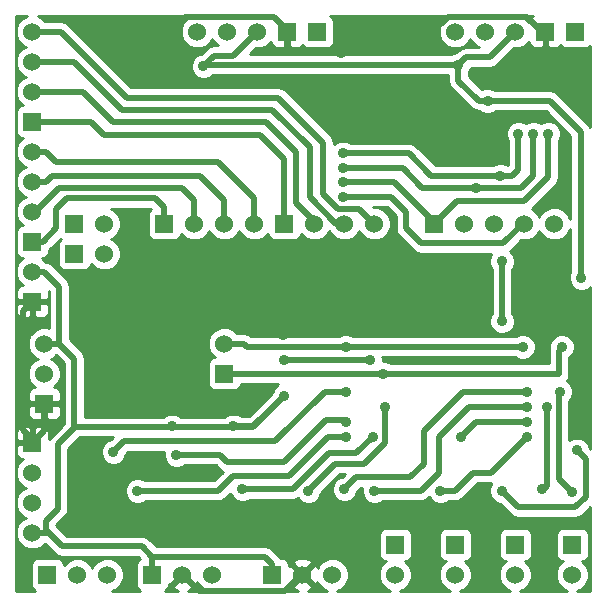
<source format=gbl>
G04 (created by PCBNEW (2013-07-07 BZR 4022)-stable) date 07/03/2014 16:09:31*
%MOIN*%
G04 Gerber Fmt 3.4, Leading zero omitted, Abs format*
%FSLAX34Y34*%
G01*
G70*
G90*
G04 APERTURE LIST*
%ADD10C,0.00590551*%
%ADD11R,0.06X0.06*%
%ADD12C,0.06*%
%ADD13C,0.035*%
%ADD14C,0.019685*%
%ADD15C,0.01*%
G04 APERTURE END LIST*
G54D10*
G54D11*
X28000Y-19000D03*
G54D12*
X29000Y-19000D03*
X30000Y-19000D03*
X31000Y-19000D03*
X32000Y-19000D03*
G54D11*
X23100Y-12600D03*
G54D12*
X22100Y-12600D03*
X21100Y-12600D03*
X20100Y-12600D03*
G54D11*
X31700Y-12600D03*
G54D12*
X30700Y-12600D03*
X29700Y-12600D03*
X28700Y-12600D03*
G54D11*
X14600Y-15600D03*
G54D12*
X14600Y-14600D03*
X14600Y-13600D03*
X14600Y-12600D03*
G54D11*
X23000Y-19000D03*
G54D12*
X24000Y-19000D03*
X25000Y-19000D03*
X26000Y-19000D03*
G54D11*
X19000Y-19000D03*
G54D12*
X20000Y-19000D03*
X21000Y-19000D03*
X22000Y-19000D03*
G54D11*
X14600Y-19600D03*
G54D12*
X14600Y-18600D03*
X14600Y-17600D03*
X14600Y-16600D03*
G54D11*
X15100Y-30700D03*
G54D12*
X16100Y-30700D03*
X17100Y-30700D03*
G54D11*
X22600Y-30700D03*
G54D12*
X23600Y-30700D03*
X24600Y-30700D03*
G54D11*
X18600Y-30700D03*
G54D12*
X19600Y-30700D03*
X20600Y-30700D03*
G54D11*
X30700Y-29700D03*
G54D12*
X30700Y-30700D03*
G54D11*
X28700Y-29700D03*
G54D12*
X28700Y-30700D03*
G54D11*
X26700Y-29700D03*
G54D12*
X26700Y-30700D03*
G54D11*
X32600Y-29700D03*
G54D12*
X32600Y-30700D03*
G54D11*
X16000Y-20000D03*
G54D12*
X17000Y-20000D03*
G54D11*
X16000Y-19000D03*
G54D12*
X17000Y-19000D03*
G54D11*
X21000Y-24000D03*
G54D12*
X21000Y-23000D03*
G54D11*
X32700Y-12600D03*
X24100Y-12600D03*
X15000Y-25000D03*
G54D12*
X15000Y-24000D03*
X15000Y-23000D03*
G54D11*
X14600Y-26300D03*
G54D12*
X14600Y-27300D03*
X14600Y-28300D03*
X14600Y-29300D03*
G54D11*
X14600Y-21600D03*
G54D12*
X14600Y-20600D03*
G54D13*
X28200Y-27900D03*
X31100Y-26100D03*
X26000Y-27900D03*
X31100Y-25100D03*
X18100Y-27900D03*
X25050Y-26100D03*
X32600Y-27950D03*
X32200Y-24600D03*
X19250Y-25750D03*
X21300Y-25750D03*
X32900Y-20800D03*
X29775Y-14900D03*
X23000Y-24725D03*
X25850Y-23550D03*
X23000Y-23550D03*
X30250Y-20250D03*
X30250Y-22250D03*
X28800Y-13700D03*
X20300Y-13750D03*
X24950Y-18100D03*
X32750Y-26550D03*
X30250Y-27900D03*
X31600Y-27850D03*
X31750Y-25100D03*
X25000Y-27850D03*
X31100Y-24600D03*
X31100Y-25600D03*
X28900Y-26100D03*
X21600Y-27850D03*
X25950Y-26100D03*
X26350Y-25100D03*
X23800Y-27900D03*
X17300Y-26600D03*
X25050Y-24600D03*
X19400Y-26700D03*
X25050Y-25600D03*
X27200Y-20125D03*
X24875Y-13300D03*
X28300Y-20950D03*
X25700Y-21900D03*
X23700Y-21900D03*
X22950Y-22700D03*
X27400Y-13050D03*
X18700Y-13100D03*
X24950Y-17150D03*
X31300Y-16000D03*
X29400Y-17800D03*
X24950Y-17600D03*
X31800Y-16000D03*
X24950Y-16650D03*
X30800Y-16000D03*
X30200Y-17400D03*
X30950Y-23100D03*
X25050Y-23100D03*
X32250Y-23100D03*
X26300Y-24000D03*
G54D14*
X28700Y-27900D02*
X28200Y-27900D01*
X29300Y-27300D02*
X28700Y-27900D01*
X29900Y-27300D02*
X29300Y-27300D01*
X31100Y-26100D02*
X29900Y-27300D01*
X27550Y-27900D02*
X26000Y-27900D01*
X28150Y-27300D02*
X27550Y-27900D01*
X28150Y-26100D02*
X28150Y-27300D01*
X29150Y-25100D02*
X28150Y-26100D01*
X31100Y-25100D02*
X29150Y-25100D01*
X20800Y-27900D02*
X18100Y-27900D01*
X21300Y-27400D02*
X20800Y-27900D01*
X23150Y-27400D02*
X21300Y-27400D01*
X24450Y-26100D02*
X23150Y-27400D01*
X25050Y-26100D02*
X24450Y-26100D01*
X32150Y-27500D02*
X32600Y-27950D01*
X32150Y-24650D02*
X32150Y-27500D01*
X32200Y-24600D02*
X32150Y-24650D01*
X23000Y-24725D02*
X22975Y-24725D01*
X21950Y-25750D02*
X21300Y-25750D01*
X22975Y-24725D02*
X21950Y-25750D01*
X28800Y-13700D02*
X20350Y-13700D01*
X20350Y-13700D02*
X20300Y-13750D01*
X29775Y-14900D02*
X29475Y-14900D01*
X28800Y-14225D02*
X28800Y-13700D01*
X29475Y-14900D02*
X28800Y-14225D01*
X32900Y-20800D02*
X32875Y-20775D01*
X32875Y-20775D02*
X32875Y-15925D01*
X32875Y-15925D02*
X31850Y-14900D01*
X31850Y-14900D02*
X29775Y-14900D01*
X16025Y-25775D02*
X16000Y-25800D01*
X21950Y-25775D02*
X16025Y-25775D01*
X23000Y-24725D02*
X21950Y-25775D01*
X23000Y-23550D02*
X25850Y-23550D01*
X30250Y-22250D02*
X30250Y-20250D01*
X15500Y-23000D02*
X15500Y-21100D01*
X15000Y-20600D02*
X14600Y-20600D01*
X15500Y-21100D02*
X15000Y-20600D01*
X14600Y-29300D02*
X15150Y-29300D01*
X15150Y-29300D02*
X15100Y-29250D01*
X15100Y-29250D02*
X15050Y-29300D01*
X15050Y-29300D02*
X15050Y-28900D01*
X15050Y-28900D02*
X15450Y-28500D01*
X15450Y-28500D02*
X15450Y-26350D01*
X15450Y-26350D02*
X16000Y-25800D01*
X15500Y-23000D02*
X15000Y-23000D01*
X16000Y-23500D02*
X15500Y-23000D01*
X16000Y-25800D02*
X16000Y-23500D01*
X18600Y-30100D02*
X22350Y-30100D01*
X22600Y-30350D02*
X22600Y-30700D01*
X22350Y-30100D02*
X22600Y-30350D01*
X18600Y-30100D02*
X18600Y-30700D01*
X18250Y-29750D02*
X18600Y-30100D01*
X15600Y-29750D02*
X18250Y-29750D01*
X15150Y-29300D02*
X15600Y-29750D01*
X29850Y-13450D02*
X30700Y-12600D01*
X28800Y-13700D02*
X29050Y-13450D01*
X29050Y-13450D02*
X29850Y-13450D01*
X21300Y-13400D02*
X22100Y-12600D01*
X20300Y-13750D02*
X20650Y-13400D01*
X20650Y-13400D02*
X21300Y-13400D01*
X31000Y-19000D02*
X30950Y-19000D01*
X26550Y-18100D02*
X24950Y-18100D01*
X27050Y-18600D02*
X26550Y-18100D01*
X27050Y-19150D02*
X27050Y-18600D01*
X27550Y-19650D02*
X27050Y-19150D01*
X30300Y-19650D02*
X27550Y-19650D01*
X30950Y-19000D02*
X30300Y-19650D01*
X33050Y-26850D02*
X32750Y-26550D01*
X33050Y-28100D02*
X33050Y-26850D01*
X32700Y-28450D02*
X33050Y-28100D01*
X30800Y-28450D02*
X32700Y-28450D01*
X30250Y-27900D02*
X30800Y-28450D01*
X31650Y-27850D02*
X31600Y-27850D01*
X31750Y-27750D02*
X31650Y-27850D01*
X31750Y-25100D02*
X31750Y-27750D01*
X25400Y-27450D02*
X25000Y-27850D01*
X27200Y-27450D02*
X25400Y-27450D01*
X27650Y-27000D02*
X27200Y-27450D01*
X27650Y-25900D02*
X27650Y-27000D01*
X28950Y-24600D02*
X27650Y-25900D01*
X31100Y-24600D02*
X28950Y-24600D01*
X29400Y-25600D02*
X31100Y-25600D01*
X28900Y-26100D02*
X29400Y-25600D01*
X23300Y-27850D02*
X21600Y-27850D01*
X24500Y-26650D02*
X23300Y-27850D01*
X25400Y-26650D02*
X24500Y-26650D01*
X25950Y-26100D02*
X25400Y-26650D01*
X26350Y-26300D02*
X26350Y-25100D01*
X25650Y-27000D02*
X26350Y-26300D01*
X24700Y-27000D02*
X25650Y-27000D01*
X23800Y-27900D02*
X24700Y-27000D01*
X17650Y-26250D02*
X17300Y-26600D01*
X22700Y-26250D02*
X17650Y-26250D01*
X24350Y-24600D02*
X22700Y-26250D01*
X25050Y-24600D02*
X24350Y-24600D01*
X20850Y-26700D02*
X19400Y-26700D01*
X21100Y-26950D02*
X20850Y-26700D01*
X23000Y-26950D02*
X21100Y-26950D01*
X24400Y-25550D02*
X23000Y-26950D01*
X25000Y-25550D02*
X24400Y-25550D01*
X25050Y-25600D02*
X25000Y-25550D01*
X24000Y-19000D02*
X24000Y-18900D01*
X16300Y-14600D02*
X14600Y-14600D01*
X17300Y-15600D02*
X16300Y-14600D01*
X22400Y-15600D02*
X17300Y-15600D01*
X23400Y-16600D02*
X22400Y-15600D01*
X23400Y-18300D02*
X23400Y-16600D01*
X24000Y-18900D02*
X23400Y-18300D01*
X14600Y-18600D02*
X14700Y-18600D01*
X20000Y-18200D02*
X20000Y-19000D01*
X19600Y-17800D02*
X20000Y-18200D01*
X15500Y-17800D02*
X19600Y-17800D01*
X14700Y-18600D02*
X15500Y-17800D01*
X14600Y-15600D02*
X16550Y-15600D01*
X23000Y-16850D02*
X23000Y-19000D01*
X22200Y-16050D02*
X23000Y-16850D01*
X17000Y-16050D02*
X22200Y-16050D01*
X16550Y-15600D02*
X17000Y-16050D01*
X14600Y-19600D02*
X14950Y-19600D01*
X19000Y-18450D02*
X19000Y-19000D01*
X18700Y-18150D02*
X19000Y-18450D01*
X15750Y-18150D02*
X18700Y-18150D01*
X15400Y-18500D02*
X15750Y-18150D01*
X15400Y-19150D02*
X15400Y-18500D01*
X14950Y-19600D02*
X15400Y-19150D01*
X28025Y-20950D02*
X28300Y-20950D01*
X27200Y-20125D02*
X28025Y-20950D01*
X15000Y-25000D02*
X15000Y-25900D01*
X15000Y-25900D02*
X14600Y-26300D01*
X14600Y-26300D02*
X14600Y-26175D01*
X14300Y-21900D02*
X14600Y-21600D01*
X14300Y-25875D02*
X14300Y-21900D01*
X14600Y-26175D02*
X14300Y-25875D01*
X19600Y-30700D02*
X19625Y-30700D01*
X23550Y-30700D02*
X23600Y-30700D01*
X23025Y-31225D02*
X23550Y-30700D01*
X20150Y-31225D02*
X23025Y-31225D01*
X19625Y-30700D02*
X20150Y-31225D01*
X28300Y-20950D02*
X27350Y-21900D01*
X27350Y-21900D02*
X25700Y-21900D01*
X23600Y-22000D02*
X23700Y-21900D01*
X23600Y-22050D02*
X23600Y-22000D01*
X22950Y-22700D02*
X23600Y-22050D01*
X27400Y-13050D02*
X27350Y-13050D01*
X27350Y-13050D02*
X27100Y-13300D01*
X27100Y-13300D02*
X24875Y-13300D01*
X23100Y-13100D02*
X23100Y-12600D01*
X24875Y-13300D02*
X23300Y-13300D01*
X23300Y-13300D02*
X23100Y-13100D01*
X31700Y-12600D02*
X31600Y-12600D01*
X27500Y-13050D02*
X27400Y-13050D01*
X28450Y-12100D02*
X27500Y-13050D01*
X31100Y-12100D02*
X28450Y-12100D01*
X31600Y-12600D02*
X31100Y-12100D01*
X23100Y-12600D02*
X23100Y-12550D01*
X23100Y-12550D02*
X22650Y-12100D01*
X22650Y-12100D02*
X19700Y-12100D01*
X19700Y-12100D02*
X18700Y-13100D01*
X25000Y-19000D02*
X24730Y-19000D01*
X16000Y-13600D02*
X14600Y-13600D01*
X17600Y-15200D02*
X16000Y-13600D01*
X22600Y-15200D02*
X17600Y-15200D01*
X23850Y-16450D02*
X22600Y-15200D01*
X23850Y-18119D02*
X23850Y-16450D01*
X24730Y-19000D02*
X23850Y-18119D01*
X14600Y-17600D02*
X15050Y-17600D01*
X21000Y-18200D02*
X21000Y-19000D01*
X20200Y-17400D02*
X21000Y-18200D01*
X15250Y-17400D02*
X20200Y-17400D01*
X15050Y-17600D02*
X15250Y-17400D01*
X26000Y-19000D02*
X25500Y-18500D01*
X15550Y-12600D02*
X14600Y-12600D01*
X17750Y-14800D02*
X15550Y-12600D01*
X22800Y-14800D02*
X17750Y-14800D01*
X24300Y-16300D02*
X22800Y-14800D01*
X24300Y-18000D02*
X24300Y-16300D01*
X24800Y-18500D02*
X24300Y-18000D01*
X25500Y-18500D02*
X24800Y-18500D01*
X14600Y-16600D02*
X15050Y-16600D01*
X22000Y-18150D02*
X22000Y-19000D01*
X20800Y-16950D02*
X22000Y-18150D01*
X15400Y-16950D02*
X20800Y-16950D01*
X15050Y-16600D02*
X15400Y-16950D01*
X29400Y-17800D02*
X27600Y-17800D01*
X26950Y-17150D02*
X24950Y-17150D01*
X27600Y-17800D02*
X26950Y-17150D01*
X31300Y-17400D02*
X31300Y-16000D01*
X30900Y-17800D02*
X31300Y-17400D01*
X29400Y-17800D02*
X30900Y-17800D01*
X28000Y-19000D02*
X28000Y-18950D01*
X26650Y-17600D02*
X24950Y-17600D01*
X28000Y-18950D02*
X26650Y-17600D01*
X28750Y-18250D02*
X28000Y-19000D01*
X31000Y-18250D02*
X28750Y-18250D01*
X31800Y-17450D02*
X31000Y-18250D01*
X31800Y-16000D02*
X31800Y-17450D01*
X30200Y-17400D02*
X27900Y-17400D01*
X27150Y-16650D02*
X24950Y-16650D01*
X27900Y-17400D02*
X27150Y-16650D01*
X30800Y-17200D02*
X30800Y-16000D01*
X30600Y-17400D02*
X30800Y-17200D01*
X30200Y-17400D02*
X30600Y-17400D01*
X25050Y-23100D02*
X30950Y-23100D01*
X21000Y-23000D02*
X21650Y-23000D01*
X21750Y-23100D02*
X25050Y-23100D01*
X21650Y-23000D02*
X21750Y-23100D01*
X26300Y-24000D02*
X32150Y-24000D01*
X32250Y-23150D02*
X32250Y-23100D01*
X32150Y-23250D02*
X32250Y-23150D01*
X32150Y-24000D02*
X32150Y-23250D01*
X21000Y-24000D02*
X26300Y-24000D01*
G54D10*
G36*
X18193Y-31226D02*
X17266Y-31226D01*
X17411Y-31166D01*
X17565Y-31011D01*
X17649Y-30809D01*
X17650Y-30591D01*
X17566Y-30388D01*
X17411Y-30234D01*
X17209Y-30150D01*
X16991Y-30149D01*
X16788Y-30233D01*
X16634Y-30388D01*
X16600Y-30469D01*
X16566Y-30388D01*
X16411Y-30234D01*
X16209Y-30150D01*
X15991Y-30149D01*
X15788Y-30233D01*
X15650Y-30372D01*
X15650Y-30350D01*
X15612Y-30258D01*
X15541Y-30188D01*
X15449Y-30150D01*
X15350Y-30149D01*
X14750Y-30149D01*
X14658Y-30187D01*
X14588Y-30258D01*
X14550Y-30350D01*
X14549Y-30449D01*
X14549Y-31049D01*
X14587Y-31141D01*
X14658Y-31211D01*
X14693Y-31226D01*
X14049Y-31226D01*
X14049Y-12080D01*
X14416Y-12080D01*
X14288Y-12133D01*
X14134Y-12288D01*
X14050Y-12490D01*
X14049Y-12708D01*
X14133Y-12911D01*
X14288Y-13065D01*
X14369Y-13099D01*
X14288Y-13133D01*
X14134Y-13288D01*
X14050Y-13490D01*
X14049Y-13708D01*
X14133Y-13911D01*
X14288Y-14065D01*
X14369Y-14099D01*
X14288Y-14133D01*
X14134Y-14288D01*
X14050Y-14490D01*
X14049Y-14708D01*
X14133Y-14911D01*
X14272Y-15049D01*
X14250Y-15049D01*
X14158Y-15087D01*
X14088Y-15158D01*
X14050Y-15250D01*
X14049Y-15349D01*
X14049Y-15949D01*
X14087Y-16041D01*
X14158Y-16111D01*
X14250Y-16149D01*
X14272Y-16149D01*
X14134Y-16288D01*
X14050Y-16490D01*
X14049Y-16708D01*
X14133Y-16911D01*
X14288Y-17065D01*
X14369Y-17099D01*
X14288Y-17133D01*
X14134Y-17288D01*
X14050Y-17490D01*
X14049Y-17708D01*
X14133Y-17911D01*
X14288Y-18065D01*
X14369Y-18099D01*
X14288Y-18133D01*
X14134Y-18288D01*
X14050Y-18490D01*
X14049Y-18708D01*
X14133Y-18911D01*
X14272Y-19049D01*
X14250Y-19049D01*
X14158Y-19087D01*
X14088Y-19158D01*
X14050Y-19250D01*
X14049Y-19349D01*
X14049Y-19949D01*
X14087Y-20041D01*
X14158Y-20111D01*
X14250Y-20149D01*
X14272Y-20149D01*
X14134Y-20288D01*
X14050Y-20490D01*
X14049Y-20708D01*
X14133Y-20911D01*
X14272Y-21050D01*
X14250Y-21050D01*
X14158Y-21088D01*
X14087Y-21158D01*
X14049Y-21250D01*
X14050Y-21487D01*
X14112Y-21550D01*
X14550Y-21550D01*
X14550Y-21542D01*
X14650Y-21542D01*
X14650Y-21550D01*
X15087Y-21550D01*
X15150Y-21487D01*
X15150Y-21250D01*
X15144Y-21237D01*
X15151Y-21244D01*
X15151Y-22467D01*
X15150Y-22466D01*
X15150Y-21949D01*
X15150Y-21712D01*
X15087Y-21650D01*
X14650Y-21650D01*
X14650Y-22087D01*
X14712Y-22150D01*
X14850Y-22150D01*
X14949Y-22149D01*
X15041Y-22111D01*
X15112Y-22041D01*
X15150Y-21949D01*
X15150Y-22466D01*
X15109Y-22450D01*
X14891Y-22449D01*
X14688Y-22533D01*
X14550Y-22672D01*
X14550Y-22087D01*
X14550Y-21650D01*
X14112Y-21650D01*
X14050Y-21712D01*
X14049Y-21949D01*
X14087Y-22041D01*
X14158Y-22111D01*
X14250Y-22149D01*
X14349Y-22150D01*
X14487Y-22150D01*
X14550Y-22087D01*
X14550Y-22672D01*
X14534Y-22688D01*
X14450Y-22890D01*
X14449Y-23108D01*
X14533Y-23311D01*
X14688Y-23465D01*
X14769Y-23499D01*
X14688Y-23533D01*
X14534Y-23688D01*
X14450Y-23890D01*
X14449Y-24108D01*
X14533Y-24311D01*
X14672Y-24450D01*
X14650Y-24450D01*
X14558Y-24488D01*
X14487Y-24558D01*
X14449Y-24650D01*
X14450Y-24887D01*
X14512Y-24950D01*
X14950Y-24950D01*
X14950Y-24942D01*
X15050Y-24942D01*
X15050Y-24950D01*
X15487Y-24950D01*
X15550Y-24887D01*
X15550Y-24650D01*
X15512Y-24558D01*
X15441Y-24488D01*
X15349Y-24450D01*
X15327Y-24450D01*
X15465Y-24311D01*
X15549Y-24109D01*
X15550Y-23891D01*
X15466Y-23688D01*
X15311Y-23534D01*
X15230Y-23500D01*
X15311Y-23466D01*
X15392Y-23385D01*
X15651Y-23644D01*
X15651Y-25655D01*
X15550Y-25757D01*
X15550Y-25349D01*
X15550Y-25112D01*
X15487Y-25050D01*
X15050Y-25050D01*
X15050Y-25487D01*
X15112Y-25550D01*
X15250Y-25550D01*
X15349Y-25549D01*
X15441Y-25511D01*
X15512Y-25441D01*
X15550Y-25349D01*
X15550Y-25757D01*
X15203Y-26103D01*
X15150Y-26183D01*
X15150Y-25950D01*
X15112Y-25858D01*
X15041Y-25788D01*
X14950Y-25750D01*
X14950Y-25487D01*
X14950Y-25050D01*
X14512Y-25050D01*
X14450Y-25112D01*
X14449Y-25349D01*
X14487Y-25441D01*
X14558Y-25511D01*
X14650Y-25549D01*
X14749Y-25550D01*
X14887Y-25550D01*
X14950Y-25487D01*
X14950Y-25750D01*
X14949Y-25750D01*
X14850Y-25749D01*
X14712Y-25750D01*
X14650Y-25812D01*
X14650Y-26250D01*
X14657Y-26250D01*
X14657Y-26350D01*
X14650Y-26350D01*
X14650Y-26357D01*
X14550Y-26357D01*
X14550Y-26350D01*
X14550Y-26250D01*
X14550Y-25812D01*
X14487Y-25750D01*
X14349Y-25749D01*
X14250Y-25750D01*
X14158Y-25788D01*
X14087Y-25858D01*
X14049Y-25950D01*
X14050Y-26187D01*
X14112Y-26250D01*
X14550Y-26250D01*
X14550Y-26350D01*
X14112Y-26350D01*
X14050Y-26412D01*
X14049Y-26649D01*
X14087Y-26741D01*
X14158Y-26811D01*
X14250Y-26849D01*
X14272Y-26849D01*
X14134Y-26988D01*
X14050Y-27190D01*
X14049Y-27408D01*
X14133Y-27611D01*
X14288Y-27765D01*
X14369Y-27799D01*
X14288Y-27833D01*
X14134Y-27988D01*
X14050Y-28190D01*
X14049Y-28408D01*
X14133Y-28611D01*
X14288Y-28765D01*
X14369Y-28799D01*
X14288Y-28833D01*
X14134Y-28988D01*
X14050Y-29190D01*
X14049Y-29408D01*
X14133Y-29611D01*
X14288Y-29765D01*
X14490Y-29849D01*
X14708Y-29850D01*
X14911Y-29766D01*
X15017Y-29660D01*
X15353Y-29996D01*
X15353Y-29996D01*
X15466Y-30071D01*
X15600Y-30098D01*
X15600Y-30098D01*
X15600Y-30098D01*
X18105Y-30098D01*
X18184Y-30177D01*
X18158Y-30187D01*
X18088Y-30258D01*
X18050Y-30350D01*
X18049Y-30449D01*
X18049Y-31049D01*
X18087Y-31141D01*
X18158Y-31211D01*
X18193Y-31226D01*
X18193Y-31226D01*
G37*
G54D15*
X18193Y-31226D02*
X17266Y-31226D01*
X17411Y-31166D01*
X17565Y-31011D01*
X17649Y-30809D01*
X17650Y-30591D01*
X17566Y-30388D01*
X17411Y-30234D01*
X17209Y-30150D01*
X16991Y-30149D01*
X16788Y-30233D01*
X16634Y-30388D01*
X16600Y-30469D01*
X16566Y-30388D01*
X16411Y-30234D01*
X16209Y-30150D01*
X15991Y-30149D01*
X15788Y-30233D01*
X15650Y-30372D01*
X15650Y-30350D01*
X15612Y-30258D01*
X15541Y-30188D01*
X15449Y-30150D01*
X15350Y-30149D01*
X14750Y-30149D01*
X14658Y-30187D01*
X14588Y-30258D01*
X14550Y-30350D01*
X14549Y-30449D01*
X14549Y-31049D01*
X14587Y-31141D01*
X14658Y-31211D01*
X14693Y-31226D01*
X14049Y-31226D01*
X14049Y-12080D01*
X14416Y-12080D01*
X14288Y-12133D01*
X14134Y-12288D01*
X14050Y-12490D01*
X14049Y-12708D01*
X14133Y-12911D01*
X14288Y-13065D01*
X14369Y-13099D01*
X14288Y-13133D01*
X14134Y-13288D01*
X14050Y-13490D01*
X14049Y-13708D01*
X14133Y-13911D01*
X14288Y-14065D01*
X14369Y-14099D01*
X14288Y-14133D01*
X14134Y-14288D01*
X14050Y-14490D01*
X14049Y-14708D01*
X14133Y-14911D01*
X14272Y-15049D01*
X14250Y-15049D01*
X14158Y-15087D01*
X14088Y-15158D01*
X14050Y-15250D01*
X14049Y-15349D01*
X14049Y-15949D01*
X14087Y-16041D01*
X14158Y-16111D01*
X14250Y-16149D01*
X14272Y-16149D01*
X14134Y-16288D01*
X14050Y-16490D01*
X14049Y-16708D01*
X14133Y-16911D01*
X14288Y-17065D01*
X14369Y-17099D01*
X14288Y-17133D01*
X14134Y-17288D01*
X14050Y-17490D01*
X14049Y-17708D01*
X14133Y-17911D01*
X14288Y-18065D01*
X14369Y-18099D01*
X14288Y-18133D01*
X14134Y-18288D01*
X14050Y-18490D01*
X14049Y-18708D01*
X14133Y-18911D01*
X14272Y-19049D01*
X14250Y-19049D01*
X14158Y-19087D01*
X14088Y-19158D01*
X14050Y-19250D01*
X14049Y-19349D01*
X14049Y-19949D01*
X14087Y-20041D01*
X14158Y-20111D01*
X14250Y-20149D01*
X14272Y-20149D01*
X14134Y-20288D01*
X14050Y-20490D01*
X14049Y-20708D01*
X14133Y-20911D01*
X14272Y-21050D01*
X14250Y-21050D01*
X14158Y-21088D01*
X14087Y-21158D01*
X14049Y-21250D01*
X14050Y-21487D01*
X14112Y-21550D01*
X14550Y-21550D01*
X14550Y-21542D01*
X14650Y-21542D01*
X14650Y-21550D01*
X15087Y-21550D01*
X15150Y-21487D01*
X15150Y-21250D01*
X15144Y-21237D01*
X15151Y-21244D01*
X15151Y-22467D01*
X15150Y-22466D01*
X15150Y-21949D01*
X15150Y-21712D01*
X15087Y-21650D01*
X14650Y-21650D01*
X14650Y-22087D01*
X14712Y-22150D01*
X14850Y-22150D01*
X14949Y-22149D01*
X15041Y-22111D01*
X15112Y-22041D01*
X15150Y-21949D01*
X15150Y-22466D01*
X15109Y-22450D01*
X14891Y-22449D01*
X14688Y-22533D01*
X14550Y-22672D01*
X14550Y-22087D01*
X14550Y-21650D01*
X14112Y-21650D01*
X14050Y-21712D01*
X14049Y-21949D01*
X14087Y-22041D01*
X14158Y-22111D01*
X14250Y-22149D01*
X14349Y-22150D01*
X14487Y-22150D01*
X14550Y-22087D01*
X14550Y-22672D01*
X14534Y-22688D01*
X14450Y-22890D01*
X14449Y-23108D01*
X14533Y-23311D01*
X14688Y-23465D01*
X14769Y-23499D01*
X14688Y-23533D01*
X14534Y-23688D01*
X14450Y-23890D01*
X14449Y-24108D01*
X14533Y-24311D01*
X14672Y-24450D01*
X14650Y-24450D01*
X14558Y-24488D01*
X14487Y-24558D01*
X14449Y-24650D01*
X14450Y-24887D01*
X14512Y-24950D01*
X14950Y-24950D01*
X14950Y-24942D01*
X15050Y-24942D01*
X15050Y-24950D01*
X15487Y-24950D01*
X15550Y-24887D01*
X15550Y-24650D01*
X15512Y-24558D01*
X15441Y-24488D01*
X15349Y-24450D01*
X15327Y-24450D01*
X15465Y-24311D01*
X15549Y-24109D01*
X15550Y-23891D01*
X15466Y-23688D01*
X15311Y-23534D01*
X15230Y-23500D01*
X15311Y-23466D01*
X15392Y-23385D01*
X15651Y-23644D01*
X15651Y-25655D01*
X15550Y-25757D01*
X15550Y-25349D01*
X15550Y-25112D01*
X15487Y-25050D01*
X15050Y-25050D01*
X15050Y-25487D01*
X15112Y-25550D01*
X15250Y-25550D01*
X15349Y-25549D01*
X15441Y-25511D01*
X15512Y-25441D01*
X15550Y-25349D01*
X15550Y-25757D01*
X15203Y-26103D01*
X15150Y-26183D01*
X15150Y-25950D01*
X15112Y-25858D01*
X15041Y-25788D01*
X14950Y-25750D01*
X14950Y-25487D01*
X14950Y-25050D01*
X14512Y-25050D01*
X14450Y-25112D01*
X14449Y-25349D01*
X14487Y-25441D01*
X14558Y-25511D01*
X14650Y-25549D01*
X14749Y-25550D01*
X14887Y-25550D01*
X14950Y-25487D01*
X14950Y-25750D01*
X14949Y-25750D01*
X14850Y-25749D01*
X14712Y-25750D01*
X14650Y-25812D01*
X14650Y-26250D01*
X14657Y-26250D01*
X14657Y-26350D01*
X14650Y-26350D01*
X14650Y-26357D01*
X14550Y-26357D01*
X14550Y-26350D01*
X14550Y-26250D01*
X14550Y-25812D01*
X14487Y-25750D01*
X14349Y-25749D01*
X14250Y-25750D01*
X14158Y-25788D01*
X14087Y-25858D01*
X14049Y-25950D01*
X14050Y-26187D01*
X14112Y-26250D01*
X14550Y-26250D01*
X14550Y-26350D01*
X14112Y-26350D01*
X14050Y-26412D01*
X14049Y-26649D01*
X14087Y-26741D01*
X14158Y-26811D01*
X14250Y-26849D01*
X14272Y-26849D01*
X14134Y-26988D01*
X14050Y-27190D01*
X14049Y-27408D01*
X14133Y-27611D01*
X14288Y-27765D01*
X14369Y-27799D01*
X14288Y-27833D01*
X14134Y-27988D01*
X14050Y-28190D01*
X14049Y-28408D01*
X14133Y-28611D01*
X14288Y-28765D01*
X14369Y-28799D01*
X14288Y-28833D01*
X14134Y-28988D01*
X14050Y-29190D01*
X14049Y-29408D01*
X14133Y-29611D01*
X14288Y-29765D01*
X14490Y-29849D01*
X14708Y-29850D01*
X14911Y-29766D01*
X15017Y-29660D01*
X15353Y-29996D01*
X15353Y-29996D01*
X15466Y-30071D01*
X15600Y-30098D01*
X15600Y-30098D01*
X15600Y-30098D01*
X18105Y-30098D01*
X18184Y-30177D01*
X18158Y-30187D01*
X18088Y-30258D01*
X18050Y-30350D01*
X18049Y-30449D01*
X18049Y-31049D01*
X18087Y-31141D01*
X18158Y-31211D01*
X18193Y-31226D01*
G54D10*
G36*
X20433Y-31226D02*
X19778Y-31226D01*
X19887Y-31181D01*
X19915Y-31085D01*
X19600Y-30770D01*
X19284Y-31085D01*
X19312Y-31181D01*
X19438Y-31226D01*
X19006Y-31226D01*
X19041Y-31212D01*
X19111Y-31141D01*
X19149Y-31049D01*
X19150Y-30996D01*
X19214Y-31015D01*
X19529Y-30700D01*
X19523Y-30694D01*
X19594Y-30623D01*
X19600Y-30629D01*
X19605Y-30623D01*
X19676Y-30694D01*
X19670Y-30700D01*
X19985Y-31015D01*
X20081Y-30987D01*
X20100Y-30932D01*
X20133Y-31011D01*
X20288Y-31165D01*
X20433Y-31226D01*
X20433Y-31226D01*
G37*
G54D15*
X20433Y-31226D02*
X19778Y-31226D01*
X19887Y-31181D01*
X19915Y-31085D01*
X19600Y-30770D01*
X19284Y-31085D01*
X19312Y-31181D01*
X19438Y-31226D01*
X19006Y-31226D01*
X19041Y-31212D01*
X19111Y-31141D01*
X19149Y-31049D01*
X19150Y-30996D01*
X19214Y-31015D01*
X19529Y-30700D01*
X19523Y-30694D01*
X19594Y-30623D01*
X19600Y-30629D01*
X19605Y-30623D01*
X19676Y-30694D01*
X19670Y-30700D01*
X19985Y-31015D01*
X20081Y-30987D01*
X20100Y-30932D01*
X20133Y-31011D01*
X20288Y-31165D01*
X20433Y-31226D01*
G54D10*
G36*
X29473Y-13101D02*
X29050Y-13101D01*
X28916Y-13128D01*
X28803Y-13203D01*
X28803Y-13203D01*
X28732Y-13274D01*
X28715Y-13274D01*
X28559Y-13339D01*
X28547Y-13351D01*
X21841Y-13351D01*
X22042Y-13149D01*
X22208Y-13150D01*
X22411Y-13066D01*
X22550Y-12927D01*
X22550Y-12949D01*
X22588Y-13041D01*
X22658Y-13112D01*
X22750Y-13150D01*
X22987Y-13150D01*
X23050Y-13087D01*
X23050Y-12650D01*
X23042Y-12650D01*
X23042Y-12550D01*
X23050Y-12550D01*
X23050Y-12542D01*
X23150Y-12542D01*
X23150Y-12550D01*
X23157Y-12550D01*
X23157Y-12650D01*
X23150Y-12650D01*
X23150Y-13087D01*
X23212Y-13150D01*
X23449Y-13150D01*
X23541Y-13112D01*
X23600Y-13053D01*
X23658Y-13111D01*
X23750Y-13149D01*
X23849Y-13150D01*
X24449Y-13150D01*
X24541Y-13112D01*
X24611Y-13041D01*
X24649Y-12949D01*
X24650Y-12850D01*
X24650Y-12250D01*
X24612Y-12158D01*
X24541Y-12088D01*
X24523Y-12080D01*
X28516Y-12080D01*
X28388Y-12133D01*
X28234Y-12288D01*
X28150Y-12490D01*
X28149Y-12708D01*
X28233Y-12911D01*
X28388Y-13065D01*
X28590Y-13149D01*
X28808Y-13150D01*
X29011Y-13066D01*
X29165Y-12911D01*
X29199Y-12830D01*
X29233Y-12911D01*
X29388Y-13065D01*
X29473Y-13101D01*
X29473Y-13101D01*
G37*
G54D15*
X29473Y-13101D02*
X29050Y-13101D01*
X28916Y-13128D01*
X28803Y-13203D01*
X28803Y-13203D01*
X28732Y-13274D01*
X28715Y-13274D01*
X28559Y-13339D01*
X28547Y-13351D01*
X21841Y-13351D01*
X22042Y-13149D01*
X22208Y-13150D01*
X22411Y-13066D01*
X22550Y-12927D01*
X22550Y-12949D01*
X22588Y-13041D01*
X22658Y-13112D01*
X22750Y-13150D01*
X22987Y-13150D01*
X23050Y-13087D01*
X23050Y-12650D01*
X23042Y-12650D01*
X23042Y-12550D01*
X23050Y-12550D01*
X23050Y-12542D01*
X23150Y-12542D01*
X23150Y-12550D01*
X23157Y-12550D01*
X23157Y-12650D01*
X23150Y-12650D01*
X23150Y-13087D01*
X23212Y-13150D01*
X23449Y-13150D01*
X23541Y-13112D01*
X23600Y-13053D01*
X23658Y-13111D01*
X23750Y-13149D01*
X23849Y-13150D01*
X24449Y-13150D01*
X24541Y-13112D01*
X24611Y-13041D01*
X24649Y-12949D01*
X24650Y-12850D01*
X24650Y-12250D01*
X24612Y-12158D01*
X24541Y-12088D01*
X24523Y-12080D01*
X28516Y-12080D01*
X28388Y-12133D01*
X28234Y-12288D01*
X28150Y-12490D01*
X28149Y-12708D01*
X28233Y-12911D01*
X28388Y-13065D01*
X28590Y-13149D01*
X28808Y-13150D01*
X29011Y-13066D01*
X29165Y-12911D01*
X29199Y-12830D01*
X29233Y-12911D01*
X29388Y-13065D01*
X29473Y-13101D01*
G54D10*
G36*
X31276Y-12080D02*
X31258Y-12087D01*
X31188Y-12158D01*
X31150Y-12250D01*
X31150Y-12272D01*
X31011Y-12134D01*
X30883Y-12080D01*
X31276Y-12080D01*
X31276Y-12080D01*
G37*
G54D15*
X31276Y-12080D02*
X31258Y-12087D01*
X31188Y-12158D01*
X31150Y-12250D01*
X31150Y-12272D01*
X31011Y-12134D01*
X30883Y-12080D01*
X31276Y-12080D01*
G54D10*
G36*
X32526Y-18834D02*
X32466Y-18688D01*
X32311Y-18534D01*
X32109Y-18450D01*
X31891Y-18449D01*
X31688Y-18533D01*
X31534Y-18688D01*
X31500Y-18769D01*
X31466Y-18688D01*
X31311Y-18534D01*
X31236Y-18502D01*
X31246Y-18496D01*
X32046Y-17696D01*
X32046Y-17696D01*
X32046Y-17696D01*
X32121Y-17583D01*
X32148Y-17450D01*
X32148Y-17450D01*
X32148Y-17450D01*
X32148Y-16252D01*
X32160Y-16241D01*
X32224Y-16084D01*
X32225Y-15915D01*
X32160Y-15759D01*
X32041Y-15639D01*
X31884Y-15575D01*
X31715Y-15574D01*
X31559Y-15639D01*
X31550Y-15648D01*
X31541Y-15639D01*
X31384Y-15575D01*
X31215Y-15574D01*
X31059Y-15639D01*
X31050Y-15648D01*
X31041Y-15639D01*
X30884Y-15575D01*
X30715Y-15574D01*
X30559Y-15639D01*
X30439Y-15758D01*
X30375Y-15915D01*
X30374Y-16084D01*
X30439Y-16240D01*
X30451Y-16252D01*
X30451Y-17050D01*
X30441Y-17039D01*
X30284Y-16975D01*
X30115Y-16974D01*
X29959Y-17039D01*
X29947Y-17051D01*
X28044Y-17051D01*
X27396Y-16403D01*
X27283Y-16328D01*
X27261Y-16323D01*
X27150Y-16301D01*
X27149Y-16301D01*
X25202Y-16301D01*
X25191Y-16289D01*
X25034Y-16225D01*
X24865Y-16224D01*
X24709Y-16289D01*
X24648Y-16350D01*
X24648Y-16300D01*
X24621Y-16166D01*
X24546Y-16053D01*
X24546Y-16053D01*
X23046Y-14553D01*
X22933Y-14478D01*
X22911Y-14473D01*
X22800Y-14451D01*
X22799Y-14451D01*
X17894Y-14451D01*
X15796Y-12353D01*
X15683Y-12278D01*
X15661Y-12273D01*
X15550Y-12251D01*
X15549Y-12251D01*
X15029Y-12251D01*
X14911Y-12134D01*
X14783Y-12080D01*
X19916Y-12080D01*
X19788Y-12133D01*
X19634Y-12288D01*
X19550Y-12490D01*
X19549Y-12708D01*
X19633Y-12911D01*
X19788Y-13065D01*
X19990Y-13149D01*
X20208Y-13150D01*
X20411Y-13066D01*
X20565Y-12911D01*
X20599Y-12830D01*
X20633Y-12911D01*
X20773Y-13051D01*
X20650Y-13051D01*
X20649Y-13051D01*
X20516Y-13078D01*
X20403Y-13153D01*
X20403Y-13153D01*
X20232Y-13324D01*
X20215Y-13324D01*
X20059Y-13389D01*
X19939Y-13508D01*
X19875Y-13665D01*
X19874Y-13834D01*
X19939Y-13990D01*
X20058Y-14110D01*
X20215Y-14174D01*
X20384Y-14175D01*
X20540Y-14110D01*
X20602Y-14048D01*
X28451Y-14048D01*
X28451Y-14224D01*
X28451Y-14225D01*
X28473Y-14336D01*
X28478Y-14358D01*
X28553Y-14471D01*
X29228Y-15146D01*
X29228Y-15146D01*
X29341Y-15221D01*
X29475Y-15248D01*
X29475Y-15248D01*
X29475Y-15248D01*
X29522Y-15248D01*
X29533Y-15260D01*
X29690Y-15324D01*
X29859Y-15325D01*
X30015Y-15260D01*
X30027Y-15248D01*
X31705Y-15248D01*
X32526Y-16069D01*
X32526Y-18834D01*
X32526Y-18834D01*
G37*
G54D15*
X32526Y-18834D02*
X32466Y-18688D01*
X32311Y-18534D01*
X32109Y-18450D01*
X31891Y-18449D01*
X31688Y-18533D01*
X31534Y-18688D01*
X31500Y-18769D01*
X31466Y-18688D01*
X31311Y-18534D01*
X31236Y-18502D01*
X31246Y-18496D01*
X32046Y-17696D01*
X32046Y-17696D01*
X32046Y-17696D01*
X32121Y-17583D01*
X32148Y-17450D01*
X32148Y-17450D01*
X32148Y-17450D01*
X32148Y-16252D01*
X32160Y-16241D01*
X32224Y-16084D01*
X32225Y-15915D01*
X32160Y-15759D01*
X32041Y-15639D01*
X31884Y-15575D01*
X31715Y-15574D01*
X31559Y-15639D01*
X31550Y-15648D01*
X31541Y-15639D01*
X31384Y-15575D01*
X31215Y-15574D01*
X31059Y-15639D01*
X31050Y-15648D01*
X31041Y-15639D01*
X30884Y-15575D01*
X30715Y-15574D01*
X30559Y-15639D01*
X30439Y-15758D01*
X30375Y-15915D01*
X30374Y-16084D01*
X30439Y-16240D01*
X30451Y-16252D01*
X30451Y-17050D01*
X30441Y-17039D01*
X30284Y-16975D01*
X30115Y-16974D01*
X29959Y-17039D01*
X29947Y-17051D01*
X28044Y-17051D01*
X27396Y-16403D01*
X27283Y-16328D01*
X27261Y-16323D01*
X27150Y-16301D01*
X27149Y-16301D01*
X25202Y-16301D01*
X25191Y-16289D01*
X25034Y-16225D01*
X24865Y-16224D01*
X24709Y-16289D01*
X24648Y-16350D01*
X24648Y-16300D01*
X24621Y-16166D01*
X24546Y-16053D01*
X24546Y-16053D01*
X23046Y-14553D01*
X22933Y-14478D01*
X22911Y-14473D01*
X22800Y-14451D01*
X22799Y-14451D01*
X17894Y-14451D01*
X15796Y-12353D01*
X15683Y-12278D01*
X15661Y-12273D01*
X15550Y-12251D01*
X15549Y-12251D01*
X15029Y-12251D01*
X14911Y-12134D01*
X14783Y-12080D01*
X19916Y-12080D01*
X19788Y-12133D01*
X19634Y-12288D01*
X19550Y-12490D01*
X19549Y-12708D01*
X19633Y-12911D01*
X19788Y-13065D01*
X19990Y-13149D01*
X20208Y-13150D01*
X20411Y-13066D01*
X20565Y-12911D01*
X20599Y-12830D01*
X20633Y-12911D01*
X20773Y-13051D01*
X20650Y-13051D01*
X20649Y-13051D01*
X20516Y-13078D01*
X20403Y-13153D01*
X20403Y-13153D01*
X20232Y-13324D01*
X20215Y-13324D01*
X20059Y-13389D01*
X19939Y-13508D01*
X19875Y-13665D01*
X19874Y-13834D01*
X19939Y-13990D01*
X20058Y-14110D01*
X20215Y-14174D01*
X20384Y-14175D01*
X20540Y-14110D01*
X20602Y-14048D01*
X28451Y-14048D01*
X28451Y-14224D01*
X28451Y-14225D01*
X28473Y-14336D01*
X28478Y-14358D01*
X28553Y-14471D01*
X29228Y-15146D01*
X29228Y-15146D01*
X29341Y-15221D01*
X29475Y-15248D01*
X29475Y-15248D01*
X29475Y-15248D01*
X29522Y-15248D01*
X29533Y-15260D01*
X29690Y-15324D01*
X29859Y-15325D01*
X30015Y-15260D01*
X30027Y-15248D01*
X31705Y-15248D01*
X32526Y-16069D01*
X32526Y-18834D01*
G54D10*
G36*
X33194Y-15788D02*
X33121Y-15678D01*
X33121Y-15678D01*
X32096Y-14653D01*
X31983Y-14578D01*
X31961Y-14573D01*
X31850Y-14551D01*
X31849Y-14551D01*
X30027Y-14551D01*
X30016Y-14539D01*
X29859Y-14475D01*
X29690Y-14474D01*
X29585Y-14518D01*
X29148Y-14080D01*
X29148Y-13952D01*
X29160Y-13941D01*
X29219Y-13798D01*
X29849Y-13798D01*
X29850Y-13798D01*
X29850Y-13798D01*
X29961Y-13776D01*
X29983Y-13771D01*
X29983Y-13771D01*
X30096Y-13696D01*
X30642Y-13149D01*
X30808Y-13150D01*
X31011Y-13066D01*
X31150Y-12927D01*
X31150Y-12949D01*
X31188Y-13041D01*
X31258Y-13112D01*
X31350Y-13150D01*
X31587Y-13150D01*
X31650Y-13087D01*
X31650Y-12650D01*
X31642Y-12650D01*
X31642Y-12550D01*
X31650Y-12550D01*
X31650Y-12542D01*
X31750Y-12542D01*
X31750Y-12550D01*
X31757Y-12550D01*
X31757Y-12650D01*
X31750Y-12650D01*
X31750Y-13087D01*
X31812Y-13150D01*
X32049Y-13150D01*
X32141Y-13112D01*
X32200Y-13053D01*
X32258Y-13111D01*
X32350Y-13149D01*
X32449Y-13150D01*
X33049Y-13150D01*
X33141Y-13112D01*
X33194Y-13058D01*
X33194Y-15788D01*
X33194Y-15788D01*
G37*
G54D15*
X33194Y-15788D02*
X33121Y-15678D01*
X33121Y-15678D01*
X32096Y-14653D01*
X31983Y-14578D01*
X31961Y-14573D01*
X31850Y-14551D01*
X31849Y-14551D01*
X30027Y-14551D01*
X30016Y-14539D01*
X29859Y-14475D01*
X29690Y-14474D01*
X29585Y-14518D01*
X29148Y-14080D01*
X29148Y-13952D01*
X29160Y-13941D01*
X29219Y-13798D01*
X29849Y-13798D01*
X29850Y-13798D01*
X29850Y-13798D01*
X29961Y-13776D01*
X29983Y-13771D01*
X29983Y-13771D01*
X30096Y-13696D01*
X30642Y-13149D01*
X30808Y-13150D01*
X31011Y-13066D01*
X31150Y-12927D01*
X31150Y-12949D01*
X31188Y-13041D01*
X31258Y-13112D01*
X31350Y-13150D01*
X31587Y-13150D01*
X31650Y-13087D01*
X31650Y-12650D01*
X31642Y-12650D01*
X31642Y-12550D01*
X31650Y-12550D01*
X31650Y-12542D01*
X31750Y-12542D01*
X31750Y-12550D01*
X31757Y-12550D01*
X31757Y-12650D01*
X31750Y-12650D01*
X31750Y-13087D01*
X31812Y-13150D01*
X32049Y-13150D01*
X32141Y-13112D01*
X32200Y-13053D01*
X32258Y-13111D01*
X32350Y-13149D01*
X32449Y-13150D01*
X33049Y-13150D01*
X33141Y-13112D01*
X33194Y-13058D01*
X33194Y-15788D01*
G54D10*
G36*
X33194Y-26502D02*
X33175Y-26482D01*
X33175Y-26465D01*
X33110Y-26309D01*
X32991Y-26189D01*
X32834Y-26125D01*
X32665Y-26124D01*
X32509Y-26189D01*
X32498Y-26200D01*
X32498Y-24902D01*
X32560Y-24841D01*
X32624Y-24684D01*
X32625Y-24515D01*
X32560Y-24359D01*
X32441Y-24239D01*
X32409Y-24226D01*
X32471Y-24133D01*
X32498Y-24000D01*
X32498Y-23452D01*
X32610Y-23341D01*
X32674Y-23184D01*
X32675Y-23015D01*
X32610Y-22859D01*
X32491Y-22739D01*
X32334Y-22675D01*
X32165Y-22674D01*
X32009Y-22739D01*
X31889Y-22858D01*
X31825Y-23015D01*
X31824Y-23132D01*
X31823Y-23138D01*
X31801Y-23250D01*
X31801Y-23250D01*
X31801Y-23651D01*
X26552Y-23651D01*
X26541Y-23639D01*
X26384Y-23575D01*
X26274Y-23574D01*
X26275Y-23465D01*
X26267Y-23448D01*
X30697Y-23448D01*
X30708Y-23460D01*
X30865Y-23524D01*
X31034Y-23525D01*
X31190Y-23460D01*
X31310Y-23341D01*
X31374Y-23184D01*
X31375Y-23015D01*
X31310Y-22859D01*
X31191Y-22739D01*
X31034Y-22675D01*
X30865Y-22674D01*
X30709Y-22739D01*
X30697Y-22751D01*
X25302Y-22751D01*
X25291Y-22739D01*
X25134Y-22675D01*
X24965Y-22674D01*
X24809Y-22739D01*
X24797Y-22751D01*
X21893Y-22751D01*
X21783Y-22678D01*
X21761Y-22673D01*
X21650Y-22651D01*
X21649Y-22651D01*
X21429Y-22651D01*
X21311Y-22534D01*
X21109Y-22450D01*
X20891Y-22449D01*
X20688Y-22533D01*
X20534Y-22688D01*
X20450Y-22890D01*
X20449Y-23108D01*
X20533Y-23311D01*
X20672Y-23449D01*
X20650Y-23449D01*
X20558Y-23487D01*
X20488Y-23558D01*
X20450Y-23650D01*
X20449Y-23749D01*
X20449Y-24349D01*
X20487Y-24441D01*
X20558Y-24511D01*
X20650Y-24549D01*
X20749Y-24550D01*
X21349Y-24550D01*
X21441Y-24512D01*
X21511Y-24441D01*
X21549Y-24349D01*
X21549Y-24348D01*
X22798Y-24348D01*
X22759Y-24364D01*
X22639Y-24483D01*
X22580Y-24626D01*
X21805Y-25401D01*
X21552Y-25401D01*
X21541Y-25389D01*
X21384Y-25325D01*
X21215Y-25324D01*
X21059Y-25389D01*
X21022Y-25426D01*
X19527Y-25426D01*
X19491Y-25389D01*
X19334Y-25325D01*
X19165Y-25324D01*
X19009Y-25389D01*
X18972Y-25426D01*
X16348Y-25426D01*
X16348Y-23500D01*
X16348Y-23500D01*
X16348Y-23500D01*
X16321Y-23366D01*
X16246Y-23253D01*
X16246Y-23253D01*
X15848Y-22855D01*
X15848Y-21100D01*
X15848Y-21100D01*
X15848Y-21100D01*
X15821Y-20966D01*
X15746Y-20853D01*
X15746Y-20853D01*
X15246Y-20353D01*
X15133Y-20278D01*
X15111Y-20273D01*
X15036Y-20258D01*
X14927Y-20150D01*
X14949Y-20150D01*
X15041Y-20112D01*
X15111Y-20041D01*
X15149Y-19949D01*
X15150Y-19877D01*
X15196Y-19846D01*
X15544Y-19498D01*
X15546Y-19500D01*
X15488Y-19558D01*
X15450Y-19650D01*
X15449Y-19749D01*
X15449Y-20349D01*
X15487Y-20441D01*
X15558Y-20511D01*
X15650Y-20549D01*
X15749Y-20550D01*
X16349Y-20550D01*
X16441Y-20512D01*
X16511Y-20441D01*
X16549Y-20349D01*
X16549Y-20327D01*
X16688Y-20465D01*
X16890Y-20549D01*
X17108Y-20550D01*
X17311Y-20466D01*
X17465Y-20311D01*
X17549Y-20109D01*
X17550Y-19891D01*
X17466Y-19688D01*
X17311Y-19534D01*
X17230Y-19500D01*
X17311Y-19466D01*
X17465Y-19311D01*
X17549Y-19109D01*
X17550Y-18891D01*
X17466Y-18688D01*
X17311Y-18534D01*
X17226Y-18498D01*
X18548Y-18498D01*
X18488Y-18558D01*
X18450Y-18650D01*
X18449Y-18749D01*
X18449Y-19349D01*
X18487Y-19441D01*
X18558Y-19511D01*
X18650Y-19549D01*
X18749Y-19550D01*
X19349Y-19550D01*
X19441Y-19512D01*
X19511Y-19441D01*
X19549Y-19349D01*
X19549Y-19327D01*
X19688Y-19465D01*
X19890Y-19549D01*
X20108Y-19550D01*
X20311Y-19466D01*
X20465Y-19311D01*
X20499Y-19230D01*
X20533Y-19311D01*
X20688Y-19465D01*
X20890Y-19549D01*
X21108Y-19550D01*
X21311Y-19466D01*
X21465Y-19311D01*
X21499Y-19230D01*
X21533Y-19311D01*
X21688Y-19465D01*
X21890Y-19549D01*
X22108Y-19550D01*
X22311Y-19466D01*
X22449Y-19327D01*
X22449Y-19349D01*
X22487Y-19441D01*
X22558Y-19511D01*
X22650Y-19549D01*
X22749Y-19550D01*
X23349Y-19550D01*
X23441Y-19512D01*
X23511Y-19441D01*
X23549Y-19349D01*
X23549Y-19327D01*
X23688Y-19465D01*
X23890Y-19549D01*
X24108Y-19550D01*
X24311Y-19466D01*
X24465Y-19311D01*
X24491Y-19251D01*
X24515Y-19267D01*
X24515Y-19267D01*
X24533Y-19311D01*
X24688Y-19465D01*
X24890Y-19549D01*
X25108Y-19550D01*
X25311Y-19466D01*
X25465Y-19311D01*
X25499Y-19230D01*
X25533Y-19311D01*
X25688Y-19465D01*
X25890Y-19549D01*
X26108Y-19550D01*
X26311Y-19466D01*
X26465Y-19311D01*
X26549Y-19109D01*
X26550Y-18891D01*
X26466Y-18688D01*
X26311Y-18534D01*
X26109Y-18450D01*
X25942Y-18449D01*
X25941Y-18448D01*
X26405Y-18448D01*
X26701Y-18744D01*
X26701Y-19149D01*
X26701Y-19150D01*
X26723Y-19261D01*
X26728Y-19283D01*
X26803Y-19396D01*
X27303Y-19896D01*
X27303Y-19896D01*
X27416Y-19971D01*
X27550Y-19998D01*
X27550Y-19998D01*
X27550Y-19998D01*
X29900Y-19998D01*
X29889Y-20008D01*
X29825Y-20165D01*
X29824Y-20334D01*
X29889Y-20490D01*
X29901Y-20502D01*
X29901Y-21997D01*
X29889Y-22008D01*
X29825Y-22165D01*
X29824Y-22334D01*
X29889Y-22490D01*
X30008Y-22610D01*
X30165Y-22674D01*
X30334Y-22675D01*
X30490Y-22610D01*
X30610Y-22491D01*
X30674Y-22334D01*
X30675Y-22165D01*
X30610Y-22009D01*
X30598Y-21997D01*
X30598Y-20502D01*
X30610Y-20491D01*
X30674Y-20334D01*
X30675Y-20165D01*
X30610Y-20009D01*
X30517Y-19915D01*
X30546Y-19896D01*
X30892Y-19549D01*
X31108Y-19550D01*
X31311Y-19466D01*
X31465Y-19311D01*
X31499Y-19230D01*
X31533Y-19311D01*
X31688Y-19465D01*
X31890Y-19549D01*
X32108Y-19550D01*
X32311Y-19466D01*
X32465Y-19311D01*
X32526Y-19166D01*
X32526Y-20591D01*
X32475Y-20715D01*
X32474Y-20884D01*
X32539Y-21040D01*
X32658Y-21160D01*
X32815Y-21224D01*
X32984Y-21225D01*
X33140Y-21160D01*
X33194Y-21106D01*
X33194Y-26502D01*
X33194Y-26502D01*
G37*
G54D15*
X33194Y-26502D02*
X33175Y-26482D01*
X33175Y-26465D01*
X33110Y-26309D01*
X32991Y-26189D01*
X32834Y-26125D01*
X32665Y-26124D01*
X32509Y-26189D01*
X32498Y-26200D01*
X32498Y-24902D01*
X32560Y-24841D01*
X32624Y-24684D01*
X32625Y-24515D01*
X32560Y-24359D01*
X32441Y-24239D01*
X32409Y-24226D01*
X32471Y-24133D01*
X32498Y-24000D01*
X32498Y-23452D01*
X32610Y-23341D01*
X32674Y-23184D01*
X32675Y-23015D01*
X32610Y-22859D01*
X32491Y-22739D01*
X32334Y-22675D01*
X32165Y-22674D01*
X32009Y-22739D01*
X31889Y-22858D01*
X31825Y-23015D01*
X31824Y-23132D01*
X31823Y-23138D01*
X31801Y-23250D01*
X31801Y-23250D01*
X31801Y-23651D01*
X26552Y-23651D01*
X26541Y-23639D01*
X26384Y-23575D01*
X26274Y-23574D01*
X26275Y-23465D01*
X26267Y-23448D01*
X30697Y-23448D01*
X30708Y-23460D01*
X30865Y-23524D01*
X31034Y-23525D01*
X31190Y-23460D01*
X31310Y-23341D01*
X31374Y-23184D01*
X31375Y-23015D01*
X31310Y-22859D01*
X31191Y-22739D01*
X31034Y-22675D01*
X30865Y-22674D01*
X30709Y-22739D01*
X30697Y-22751D01*
X25302Y-22751D01*
X25291Y-22739D01*
X25134Y-22675D01*
X24965Y-22674D01*
X24809Y-22739D01*
X24797Y-22751D01*
X21893Y-22751D01*
X21783Y-22678D01*
X21761Y-22673D01*
X21650Y-22651D01*
X21649Y-22651D01*
X21429Y-22651D01*
X21311Y-22534D01*
X21109Y-22450D01*
X20891Y-22449D01*
X20688Y-22533D01*
X20534Y-22688D01*
X20450Y-22890D01*
X20449Y-23108D01*
X20533Y-23311D01*
X20672Y-23449D01*
X20650Y-23449D01*
X20558Y-23487D01*
X20488Y-23558D01*
X20450Y-23650D01*
X20449Y-23749D01*
X20449Y-24349D01*
X20487Y-24441D01*
X20558Y-24511D01*
X20650Y-24549D01*
X20749Y-24550D01*
X21349Y-24550D01*
X21441Y-24512D01*
X21511Y-24441D01*
X21549Y-24349D01*
X21549Y-24348D01*
X22798Y-24348D01*
X22759Y-24364D01*
X22639Y-24483D01*
X22580Y-24626D01*
X21805Y-25401D01*
X21552Y-25401D01*
X21541Y-25389D01*
X21384Y-25325D01*
X21215Y-25324D01*
X21059Y-25389D01*
X21022Y-25426D01*
X19527Y-25426D01*
X19491Y-25389D01*
X19334Y-25325D01*
X19165Y-25324D01*
X19009Y-25389D01*
X18972Y-25426D01*
X16348Y-25426D01*
X16348Y-23500D01*
X16348Y-23500D01*
X16348Y-23500D01*
X16321Y-23366D01*
X16246Y-23253D01*
X16246Y-23253D01*
X15848Y-22855D01*
X15848Y-21100D01*
X15848Y-21100D01*
X15848Y-21100D01*
X15821Y-20966D01*
X15746Y-20853D01*
X15746Y-20853D01*
X15246Y-20353D01*
X15133Y-20278D01*
X15111Y-20273D01*
X15036Y-20258D01*
X14927Y-20150D01*
X14949Y-20150D01*
X15041Y-20112D01*
X15111Y-20041D01*
X15149Y-19949D01*
X15150Y-19877D01*
X15196Y-19846D01*
X15544Y-19498D01*
X15546Y-19500D01*
X15488Y-19558D01*
X15450Y-19650D01*
X15449Y-19749D01*
X15449Y-20349D01*
X15487Y-20441D01*
X15558Y-20511D01*
X15650Y-20549D01*
X15749Y-20550D01*
X16349Y-20550D01*
X16441Y-20512D01*
X16511Y-20441D01*
X16549Y-20349D01*
X16549Y-20327D01*
X16688Y-20465D01*
X16890Y-20549D01*
X17108Y-20550D01*
X17311Y-20466D01*
X17465Y-20311D01*
X17549Y-20109D01*
X17550Y-19891D01*
X17466Y-19688D01*
X17311Y-19534D01*
X17230Y-19500D01*
X17311Y-19466D01*
X17465Y-19311D01*
X17549Y-19109D01*
X17550Y-18891D01*
X17466Y-18688D01*
X17311Y-18534D01*
X17226Y-18498D01*
X18548Y-18498D01*
X18488Y-18558D01*
X18450Y-18650D01*
X18449Y-18749D01*
X18449Y-19349D01*
X18487Y-19441D01*
X18558Y-19511D01*
X18650Y-19549D01*
X18749Y-19550D01*
X19349Y-19550D01*
X19441Y-19512D01*
X19511Y-19441D01*
X19549Y-19349D01*
X19549Y-19327D01*
X19688Y-19465D01*
X19890Y-19549D01*
X20108Y-19550D01*
X20311Y-19466D01*
X20465Y-19311D01*
X20499Y-19230D01*
X20533Y-19311D01*
X20688Y-19465D01*
X20890Y-19549D01*
X21108Y-19550D01*
X21311Y-19466D01*
X21465Y-19311D01*
X21499Y-19230D01*
X21533Y-19311D01*
X21688Y-19465D01*
X21890Y-19549D01*
X22108Y-19550D01*
X22311Y-19466D01*
X22449Y-19327D01*
X22449Y-19349D01*
X22487Y-19441D01*
X22558Y-19511D01*
X22650Y-19549D01*
X22749Y-19550D01*
X23349Y-19550D01*
X23441Y-19512D01*
X23511Y-19441D01*
X23549Y-19349D01*
X23549Y-19327D01*
X23688Y-19465D01*
X23890Y-19549D01*
X24108Y-19550D01*
X24311Y-19466D01*
X24465Y-19311D01*
X24491Y-19251D01*
X24515Y-19267D01*
X24515Y-19267D01*
X24533Y-19311D01*
X24688Y-19465D01*
X24890Y-19549D01*
X25108Y-19550D01*
X25311Y-19466D01*
X25465Y-19311D01*
X25499Y-19230D01*
X25533Y-19311D01*
X25688Y-19465D01*
X25890Y-19549D01*
X26108Y-19550D01*
X26311Y-19466D01*
X26465Y-19311D01*
X26549Y-19109D01*
X26550Y-18891D01*
X26466Y-18688D01*
X26311Y-18534D01*
X26109Y-18450D01*
X25942Y-18449D01*
X25941Y-18448D01*
X26405Y-18448D01*
X26701Y-18744D01*
X26701Y-19149D01*
X26701Y-19150D01*
X26723Y-19261D01*
X26728Y-19283D01*
X26803Y-19396D01*
X27303Y-19896D01*
X27303Y-19896D01*
X27416Y-19971D01*
X27550Y-19998D01*
X27550Y-19998D01*
X27550Y-19998D01*
X29900Y-19998D01*
X29889Y-20008D01*
X29825Y-20165D01*
X29824Y-20334D01*
X29889Y-20490D01*
X29901Y-20502D01*
X29901Y-21997D01*
X29889Y-22008D01*
X29825Y-22165D01*
X29824Y-22334D01*
X29889Y-22490D01*
X30008Y-22610D01*
X30165Y-22674D01*
X30334Y-22675D01*
X30490Y-22610D01*
X30610Y-22491D01*
X30674Y-22334D01*
X30675Y-22165D01*
X30610Y-22009D01*
X30598Y-21997D01*
X30598Y-20502D01*
X30610Y-20491D01*
X30674Y-20334D01*
X30675Y-20165D01*
X30610Y-20009D01*
X30517Y-19915D01*
X30546Y-19896D01*
X30892Y-19549D01*
X31108Y-19550D01*
X31311Y-19466D01*
X31465Y-19311D01*
X31499Y-19230D01*
X31533Y-19311D01*
X31688Y-19465D01*
X31890Y-19549D01*
X32108Y-19550D01*
X32311Y-19466D01*
X32465Y-19311D01*
X32526Y-19166D01*
X32526Y-20591D01*
X32475Y-20715D01*
X32474Y-20884D01*
X32539Y-21040D01*
X32658Y-21160D01*
X32815Y-21224D01*
X32984Y-21225D01*
X33140Y-21160D01*
X33194Y-21106D01*
X33194Y-26502D01*
G54D10*
G36*
X33194Y-31226D02*
X32766Y-31226D01*
X32911Y-31166D01*
X33065Y-31011D01*
X33149Y-30809D01*
X33150Y-30591D01*
X33066Y-30388D01*
X32927Y-30250D01*
X32949Y-30250D01*
X33041Y-30212D01*
X33111Y-30141D01*
X33149Y-30049D01*
X33150Y-29950D01*
X33150Y-29350D01*
X33112Y-29258D01*
X33041Y-29188D01*
X32949Y-29150D01*
X32850Y-29149D01*
X32250Y-29149D01*
X32158Y-29187D01*
X32088Y-29258D01*
X32050Y-29350D01*
X32049Y-29449D01*
X32049Y-30049D01*
X32087Y-30141D01*
X32158Y-30211D01*
X32250Y-30249D01*
X32272Y-30249D01*
X32134Y-30388D01*
X32050Y-30590D01*
X32049Y-30808D01*
X32133Y-31011D01*
X32288Y-31165D01*
X32433Y-31226D01*
X30866Y-31226D01*
X31011Y-31166D01*
X31165Y-31011D01*
X31249Y-30809D01*
X31250Y-30591D01*
X31166Y-30388D01*
X31027Y-30250D01*
X31049Y-30250D01*
X31141Y-30212D01*
X31211Y-30141D01*
X31249Y-30049D01*
X31250Y-29950D01*
X31250Y-29350D01*
X31212Y-29258D01*
X31141Y-29188D01*
X31049Y-29150D01*
X30950Y-29149D01*
X30350Y-29149D01*
X30258Y-29187D01*
X30188Y-29258D01*
X30150Y-29350D01*
X30149Y-29449D01*
X30149Y-30049D01*
X30187Y-30141D01*
X30258Y-30211D01*
X30350Y-30249D01*
X30372Y-30249D01*
X30234Y-30388D01*
X30150Y-30590D01*
X30149Y-30808D01*
X30233Y-31011D01*
X30388Y-31165D01*
X30533Y-31226D01*
X28866Y-31226D01*
X29011Y-31166D01*
X29165Y-31011D01*
X29249Y-30809D01*
X29250Y-30591D01*
X29166Y-30388D01*
X29027Y-30250D01*
X29049Y-30250D01*
X29141Y-30212D01*
X29211Y-30141D01*
X29249Y-30049D01*
X29250Y-29950D01*
X29250Y-29350D01*
X29212Y-29258D01*
X29141Y-29188D01*
X29049Y-29150D01*
X28950Y-29149D01*
X28350Y-29149D01*
X28258Y-29187D01*
X28188Y-29258D01*
X28150Y-29350D01*
X28149Y-29449D01*
X28149Y-30049D01*
X28187Y-30141D01*
X28258Y-30211D01*
X28350Y-30249D01*
X28372Y-30249D01*
X28234Y-30388D01*
X28150Y-30590D01*
X28149Y-30808D01*
X28233Y-31011D01*
X28388Y-31165D01*
X28533Y-31226D01*
X26866Y-31226D01*
X27011Y-31166D01*
X27165Y-31011D01*
X27249Y-30809D01*
X27250Y-30591D01*
X27166Y-30388D01*
X27027Y-30250D01*
X27049Y-30250D01*
X27141Y-30212D01*
X27211Y-30141D01*
X27249Y-30049D01*
X27250Y-29950D01*
X27250Y-29350D01*
X27212Y-29258D01*
X27141Y-29188D01*
X27049Y-29150D01*
X26950Y-29149D01*
X26350Y-29149D01*
X26258Y-29187D01*
X26188Y-29258D01*
X26150Y-29350D01*
X26149Y-29449D01*
X26149Y-30049D01*
X26187Y-30141D01*
X26258Y-30211D01*
X26350Y-30249D01*
X26372Y-30249D01*
X26234Y-30388D01*
X26150Y-30590D01*
X26149Y-30808D01*
X26233Y-31011D01*
X26388Y-31165D01*
X26533Y-31226D01*
X24766Y-31226D01*
X24911Y-31166D01*
X25065Y-31011D01*
X25149Y-30809D01*
X25150Y-30591D01*
X25066Y-30388D01*
X24911Y-30234D01*
X24709Y-30150D01*
X24491Y-30149D01*
X24288Y-30233D01*
X24134Y-30388D01*
X24102Y-30463D01*
X24081Y-30412D01*
X23985Y-30384D01*
X23915Y-30455D01*
X23915Y-30314D01*
X23887Y-30218D01*
X23681Y-30145D01*
X23463Y-30156D01*
X23312Y-30218D01*
X23284Y-30314D01*
X23600Y-30629D01*
X23915Y-30314D01*
X23915Y-30455D01*
X23670Y-30700D01*
X23985Y-31015D01*
X24081Y-30987D01*
X24100Y-30932D01*
X24133Y-31011D01*
X24288Y-31165D01*
X24433Y-31226D01*
X23778Y-31226D01*
X23887Y-31181D01*
X23915Y-31085D01*
X23600Y-30770D01*
X23284Y-31085D01*
X23312Y-31181D01*
X23438Y-31226D01*
X23006Y-31226D01*
X23041Y-31212D01*
X23111Y-31141D01*
X23149Y-31049D01*
X23150Y-30996D01*
X23214Y-31015D01*
X23529Y-30700D01*
X23214Y-30384D01*
X23150Y-30403D01*
X23150Y-30350D01*
X23112Y-30258D01*
X23041Y-30188D01*
X22949Y-30150D01*
X22877Y-30149D01*
X22846Y-30103D01*
X22846Y-30103D01*
X22596Y-29853D01*
X22483Y-29778D01*
X22461Y-29773D01*
X22350Y-29751D01*
X22349Y-29751D01*
X18744Y-29751D01*
X18496Y-29503D01*
X18383Y-29428D01*
X18361Y-29423D01*
X18250Y-29401D01*
X18249Y-29401D01*
X15744Y-29401D01*
X15398Y-29055D01*
X15398Y-29044D01*
X15696Y-28746D01*
X15696Y-28746D01*
X15696Y-28746D01*
X15771Y-28633D01*
X15798Y-28500D01*
X15798Y-28500D01*
X15798Y-28500D01*
X15798Y-26494D01*
X16169Y-26123D01*
X17283Y-26123D01*
X17232Y-26174D01*
X17215Y-26174D01*
X17059Y-26239D01*
X16939Y-26358D01*
X16875Y-26515D01*
X16874Y-26684D01*
X16939Y-26840D01*
X17058Y-26960D01*
X17215Y-27024D01*
X17384Y-27025D01*
X17540Y-26960D01*
X17660Y-26841D01*
X17724Y-26684D01*
X17724Y-26667D01*
X17794Y-26598D01*
X18981Y-26598D01*
X18975Y-26615D01*
X18974Y-26784D01*
X19039Y-26940D01*
X19158Y-27060D01*
X19315Y-27124D01*
X19484Y-27125D01*
X19640Y-27060D01*
X19652Y-27048D01*
X20705Y-27048D01*
X20853Y-27196D01*
X20853Y-27196D01*
X20947Y-27259D01*
X20655Y-27551D01*
X18352Y-27551D01*
X18341Y-27539D01*
X18184Y-27475D01*
X18015Y-27474D01*
X17859Y-27539D01*
X17739Y-27658D01*
X17675Y-27815D01*
X17674Y-27984D01*
X17739Y-28140D01*
X17858Y-28260D01*
X18015Y-28324D01*
X18184Y-28325D01*
X18340Y-28260D01*
X18352Y-28248D01*
X20799Y-28248D01*
X20800Y-28248D01*
X20800Y-28248D01*
X20911Y-28226D01*
X20933Y-28221D01*
X20933Y-28221D01*
X21046Y-28146D01*
X21199Y-27993D01*
X21239Y-28090D01*
X21358Y-28210D01*
X21515Y-28274D01*
X21684Y-28275D01*
X21840Y-28210D01*
X21852Y-28198D01*
X23299Y-28198D01*
X23300Y-28198D01*
X23300Y-28198D01*
X23411Y-28176D01*
X23433Y-28171D01*
X23433Y-28171D01*
X23455Y-28156D01*
X23558Y-28260D01*
X23715Y-28324D01*
X23884Y-28325D01*
X24040Y-28260D01*
X24160Y-28141D01*
X24224Y-27984D01*
X24224Y-27967D01*
X24844Y-27348D01*
X25008Y-27348D01*
X24932Y-27424D01*
X24915Y-27424D01*
X24759Y-27489D01*
X24639Y-27608D01*
X24575Y-27765D01*
X24574Y-27934D01*
X24639Y-28090D01*
X24758Y-28210D01*
X24915Y-28274D01*
X25084Y-28275D01*
X25240Y-28210D01*
X25360Y-28091D01*
X25424Y-27934D01*
X25424Y-27917D01*
X25544Y-27798D01*
X25581Y-27798D01*
X25575Y-27815D01*
X25574Y-27984D01*
X25639Y-28140D01*
X25758Y-28260D01*
X25915Y-28324D01*
X26084Y-28325D01*
X26240Y-28260D01*
X26252Y-28248D01*
X27549Y-28248D01*
X27550Y-28248D01*
X27550Y-28248D01*
X27661Y-28226D01*
X27683Y-28221D01*
X27683Y-28221D01*
X27796Y-28146D01*
X27828Y-28114D01*
X27839Y-28140D01*
X27958Y-28260D01*
X28115Y-28324D01*
X28284Y-28325D01*
X28440Y-28260D01*
X28452Y-28248D01*
X28699Y-28248D01*
X28700Y-28248D01*
X28700Y-28248D01*
X28811Y-28226D01*
X28833Y-28221D01*
X28833Y-28221D01*
X28946Y-28146D01*
X29444Y-27648D01*
X29899Y-27648D01*
X29900Y-27648D01*
X29900Y-27648D01*
X29900Y-27648D01*
X29889Y-27658D01*
X29825Y-27815D01*
X29824Y-27984D01*
X29889Y-28140D01*
X30008Y-28260D01*
X30165Y-28324D01*
X30182Y-28324D01*
X30553Y-28696D01*
X30553Y-28696D01*
X30666Y-28771D01*
X30800Y-28798D01*
X32699Y-28798D01*
X32700Y-28798D01*
X32700Y-28798D01*
X32811Y-28776D01*
X32833Y-28771D01*
X32833Y-28771D01*
X32946Y-28696D01*
X33194Y-28447D01*
X33194Y-31226D01*
X33194Y-31226D01*
G37*
G54D15*
X33194Y-31226D02*
X32766Y-31226D01*
X32911Y-31166D01*
X33065Y-31011D01*
X33149Y-30809D01*
X33150Y-30591D01*
X33066Y-30388D01*
X32927Y-30250D01*
X32949Y-30250D01*
X33041Y-30212D01*
X33111Y-30141D01*
X33149Y-30049D01*
X33150Y-29950D01*
X33150Y-29350D01*
X33112Y-29258D01*
X33041Y-29188D01*
X32949Y-29150D01*
X32850Y-29149D01*
X32250Y-29149D01*
X32158Y-29187D01*
X32088Y-29258D01*
X32050Y-29350D01*
X32049Y-29449D01*
X32049Y-30049D01*
X32087Y-30141D01*
X32158Y-30211D01*
X32250Y-30249D01*
X32272Y-30249D01*
X32134Y-30388D01*
X32050Y-30590D01*
X32049Y-30808D01*
X32133Y-31011D01*
X32288Y-31165D01*
X32433Y-31226D01*
X30866Y-31226D01*
X31011Y-31166D01*
X31165Y-31011D01*
X31249Y-30809D01*
X31250Y-30591D01*
X31166Y-30388D01*
X31027Y-30250D01*
X31049Y-30250D01*
X31141Y-30212D01*
X31211Y-30141D01*
X31249Y-30049D01*
X31250Y-29950D01*
X31250Y-29350D01*
X31212Y-29258D01*
X31141Y-29188D01*
X31049Y-29150D01*
X30950Y-29149D01*
X30350Y-29149D01*
X30258Y-29187D01*
X30188Y-29258D01*
X30150Y-29350D01*
X30149Y-29449D01*
X30149Y-30049D01*
X30187Y-30141D01*
X30258Y-30211D01*
X30350Y-30249D01*
X30372Y-30249D01*
X30234Y-30388D01*
X30150Y-30590D01*
X30149Y-30808D01*
X30233Y-31011D01*
X30388Y-31165D01*
X30533Y-31226D01*
X28866Y-31226D01*
X29011Y-31166D01*
X29165Y-31011D01*
X29249Y-30809D01*
X29250Y-30591D01*
X29166Y-30388D01*
X29027Y-30250D01*
X29049Y-30250D01*
X29141Y-30212D01*
X29211Y-30141D01*
X29249Y-30049D01*
X29250Y-29950D01*
X29250Y-29350D01*
X29212Y-29258D01*
X29141Y-29188D01*
X29049Y-29150D01*
X28950Y-29149D01*
X28350Y-29149D01*
X28258Y-29187D01*
X28188Y-29258D01*
X28150Y-29350D01*
X28149Y-29449D01*
X28149Y-30049D01*
X28187Y-30141D01*
X28258Y-30211D01*
X28350Y-30249D01*
X28372Y-30249D01*
X28234Y-30388D01*
X28150Y-30590D01*
X28149Y-30808D01*
X28233Y-31011D01*
X28388Y-31165D01*
X28533Y-31226D01*
X26866Y-31226D01*
X27011Y-31166D01*
X27165Y-31011D01*
X27249Y-30809D01*
X27250Y-30591D01*
X27166Y-30388D01*
X27027Y-30250D01*
X27049Y-30250D01*
X27141Y-30212D01*
X27211Y-30141D01*
X27249Y-30049D01*
X27250Y-29950D01*
X27250Y-29350D01*
X27212Y-29258D01*
X27141Y-29188D01*
X27049Y-29150D01*
X26950Y-29149D01*
X26350Y-29149D01*
X26258Y-29187D01*
X26188Y-29258D01*
X26150Y-29350D01*
X26149Y-29449D01*
X26149Y-30049D01*
X26187Y-30141D01*
X26258Y-30211D01*
X26350Y-30249D01*
X26372Y-30249D01*
X26234Y-30388D01*
X26150Y-30590D01*
X26149Y-30808D01*
X26233Y-31011D01*
X26388Y-31165D01*
X26533Y-31226D01*
X24766Y-31226D01*
X24911Y-31166D01*
X25065Y-31011D01*
X25149Y-30809D01*
X25150Y-30591D01*
X25066Y-30388D01*
X24911Y-30234D01*
X24709Y-30150D01*
X24491Y-30149D01*
X24288Y-30233D01*
X24134Y-30388D01*
X24102Y-30463D01*
X24081Y-30412D01*
X23985Y-30384D01*
X23915Y-30455D01*
X23915Y-30314D01*
X23887Y-30218D01*
X23681Y-30145D01*
X23463Y-30156D01*
X23312Y-30218D01*
X23284Y-30314D01*
X23600Y-30629D01*
X23915Y-30314D01*
X23915Y-30455D01*
X23670Y-30700D01*
X23985Y-31015D01*
X24081Y-30987D01*
X24100Y-30932D01*
X24133Y-31011D01*
X24288Y-31165D01*
X24433Y-31226D01*
X23778Y-31226D01*
X23887Y-31181D01*
X23915Y-31085D01*
X23600Y-30770D01*
X23284Y-31085D01*
X23312Y-31181D01*
X23438Y-31226D01*
X23006Y-31226D01*
X23041Y-31212D01*
X23111Y-31141D01*
X23149Y-31049D01*
X23150Y-30996D01*
X23214Y-31015D01*
X23529Y-30700D01*
X23214Y-30384D01*
X23150Y-30403D01*
X23150Y-30350D01*
X23112Y-30258D01*
X23041Y-30188D01*
X22949Y-30150D01*
X22877Y-30149D01*
X22846Y-30103D01*
X22846Y-30103D01*
X22596Y-29853D01*
X22483Y-29778D01*
X22461Y-29773D01*
X22350Y-29751D01*
X22349Y-29751D01*
X18744Y-29751D01*
X18496Y-29503D01*
X18383Y-29428D01*
X18361Y-29423D01*
X18250Y-29401D01*
X18249Y-29401D01*
X15744Y-29401D01*
X15398Y-29055D01*
X15398Y-29044D01*
X15696Y-28746D01*
X15696Y-28746D01*
X15696Y-28746D01*
X15771Y-28633D01*
X15798Y-28500D01*
X15798Y-28500D01*
X15798Y-28500D01*
X15798Y-26494D01*
X16169Y-26123D01*
X17283Y-26123D01*
X17232Y-26174D01*
X17215Y-26174D01*
X17059Y-26239D01*
X16939Y-26358D01*
X16875Y-26515D01*
X16874Y-26684D01*
X16939Y-26840D01*
X17058Y-26960D01*
X17215Y-27024D01*
X17384Y-27025D01*
X17540Y-26960D01*
X17660Y-26841D01*
X17724Y-26684D01*
X17724Y-26667D01*
X17794Y-26598D01*
X18981Y-26598D01*
X18975Y-26615D01*
X18974Y-26784D01*
X19039Y-26940D01*
X19158Y-27060D01*
X19315Y-27124D01*
X19484Y-27125D01*
X19640Y-27060D01*
X19652Y-27048D01*
X20705Y-27048D01*
X20853Y-27196D01*
X20853Y-27196D01*
X20947Y-27259D01*
X20655Y-27551D01*
X18352Y-27551D01*
X18341Y-27539D01*
X18184Y-27475D01*
X18015Y-27474D01*
X17859Y-27539D01*
X17739Y-27658D01*
X17675Y-27815D01*
X17674Y-27984D01*
X17739Y-28140D01*
X17858Y-28260D01*
X18015Y-28324D01*
X18184Y-28325D01*
X18340Y-28260D01*
X18352Y-28248D01*
X20799Y-28248D01*
X20800Y-28248D01*
X20800Y-28248D01*
X20911Y-28226D01*
X20933Y-28221D01*
X20933Y-28221D01*
X21046Y-28146D01*
X21199Y-27993D01*
X21239Y-28090D01*
X21358Y-28210D01*
X21515Y-28274D01*
X21684Y-28275D01*
X21840Y-28210D01*
X21852Y-28198D01*
X23299Y-28198D01*
X23300Y-28198D01*
X23300Y-28198D01*
X23411Y-28176D01*
X23433Y-28171D01*
X23433Y-28171D01*
X23455Y-28156D01*
X23558Y-28260D01*
X23715Y-28324D01*
X23884Y-28325D01*
X24040Y-28260D01*
X24160Y-28141D01*
X24224Y-27984D01*
X24224Y-27967D01*
X24844Y-27348D01*
X25008Y-27348D01*
X24932Y-27424D01*
X24915Y-27424D01*
X24759Y-27489D01*
X24639Y-27608D01*
X24575Y-27765D01*
X24574Y-27934D01*
X24639Y-28090D01*
X24758Y-28210D01*
X24915Y-28274D01*
X25084Y-28275D01*
X25240Y-28210D01*
X25360Y-28091D01*
X25424Y-27934D01*
X25424Y-27917D01*
X25544Y-27798D01*
X25581Y-27798D01*
X25575Y-27815D01*
X25574Y-27984D01*
X25639Y-28140D01*
X25758Y-28260D01*
X25915Y-28324D01*
X26084Y-28325D01*
X26240Y-28260D01*
X26252Y-28248D01*
X27549Y-28248D01*
X27550Y-28248D01*
X27550Y-28248D01*
X27661Y-28226D01*
X27683Y-28221D01*
X27683Y-28221D01*
X27796Y-28146D01*
X27828Y-28114D01*
X27839Y-28140D01*
X27958Y-28260D01*
X28115Y-28324D01*
X28284Y-28325D01*
X28440Y-28260D01*
X28452Y-28248D01*
X28699Y-28248D01*
X28700Y-28248D01*
X28700Y-28248D01*
X28811Y-28226D01*
X28833Y-28221D01*
X28833Y-28221D01*
X28946Y-28146D01*
X29444Y-27648D01*
X29899Y-27648D01*
X29900Y-27648D01*
X29900Y-27648D01*
X29900Y-27648D01*
X29889Y-27658D01*
X29825Y-27815D01*
X29824Y-27984D01*
X29889Y-28140D01*
X30008Y-28260D01*
X30165Y-28324D01*
X30182Y-28324D01*
X30553Y-28696D01*
X30553Y-28696D01*
X30666Y-28771D01*
X30800Y-28798D01*
X32699Y-28798D01*
X32700Y-28798D01*
X32700Y-28798D01*
X32811Y-28776D01*
X32833Y-28771D01*
X32833Y-28771D01*
X32946Y-28696D01*
X33194Y-28447D01*
X33194Y-31226D01*
M02*

</source>
